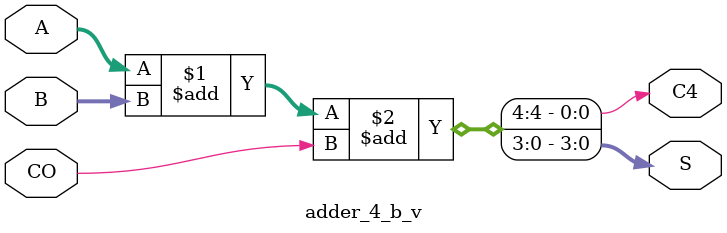
<source format=v>
`timescale 1ns / 1ps
module adder_4_b_v(A, B, CO, S, C4 );

	input[3:0] A, B;
	input CO;
	output[3:0] S;
	output C4;
	
	assign {C4, S} = A + B + CO;


endmodule

</source>
